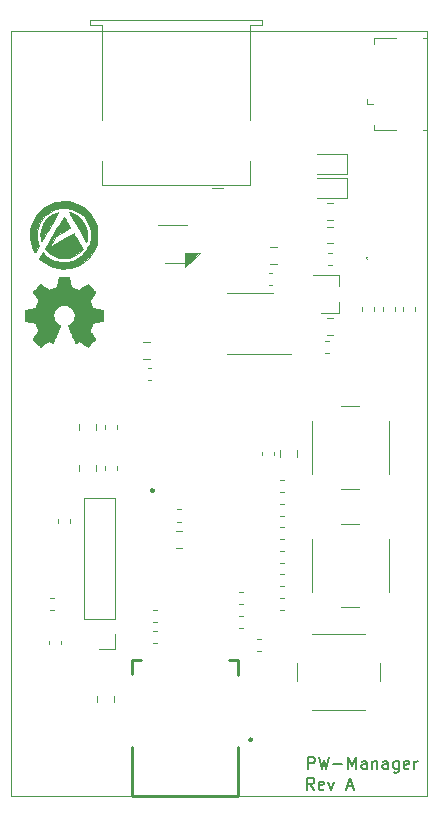
<source format=gto>
G04 #@! TF.GenerationSoftware,KiCad,Pcbnew,(5.1.5)-3*
G04 #@! TF.CreationDate,2020-05-10T00:15:01-05:00*
G04 #@! TF.ProjectId,PWManager,50574d61-6e61-4676-9572-2e6b69636164,rev?*
G04 #@! TF.SameCoordinates,Original*
G04 #@! TF.FileFunction,Legend,Top*
G04 #@! TF.FilePolarity,Positive*
%FSLAX46Y46*%
G04 Gerber Fmt 4.6, Leading zero omitted, Abs format (unit mm)*
G04 Created by KiCad (PCBNEW (5.1.5)-3) date 2020-05-10 00:15:01*
%MOMM*%
%LPD*%
G04 APERTURE LIST*
%ADD10C,0.150000*%
%ADD11C,0.050000*%
%ADD12C,0.100000*%
%ADD13C,0.010000*%
%ADD14C,0.120000*%
%ADD15C,0.254000*%
%ADD16C,0.250000*%
G04 APERTURE END LIST*
D10*
X148190476Y-86202380D02*
X147857142Y-85726190D01*
X147619047Y-86202380D02*
X147619047Y-85202380D01*
X148000000Y-85202380D01*
X148095238Y-85250000D01*
X148142857Y-85297619D01*
X148190476Y-85392857D01*
X148190476Y-85535714D01*
X148142857Y-85630952D01*
X148095238Y-85678571D01*
X148000000Y-85726190D01*
X147619047Y-85726190D01*
X149000000Y-86154761D02*
X148904761Y-86202380D01*
X148714285Y-86202380D01*
X148619047Y-86154761D01*
X148571428Y-86059523D01*
X148571428Y-85678571D01*
X148619047Y-85583333D01*
X148714285Y-85535714D01*
X148904761Y-85535714D01*
X149000000Y-85583333D01*
X149047619Y-85678571D01*
X149047619Y-85773809D01*
X148571428Y-85869047D01*
X149380952Y-85535714D02*
X149619047Y-86202380D01*
X149857142Y-85535714D01*
X150952380Y-85916666D02*
X151428571Y-85916666D01*
X150857142Y-86202380D02*
X151190476Y-85202380D01*
X151523809Y-86202380D01*
X147678571Y-84452380D02*
X147678571Y-83452380D01*
X148059523Y-83452380D01*
X148154761Y-83500000D01*
X148202380Y-83547619D01*
X148250000Y-83642857D01*
X148250000Y-83785714D01*
X148202380Y-83880952D01*
X148154761Y-83928571D01*
X148059523Y-83976190D01*
X147678571Y-83976190D01*
X148583333Y-83452380D02*
X148821428Y-84452380D01*
X149011904Y-83738095D01*
X149202380Y-84452380D01*
X149440476Y-83452380D01*
X149821428Y-84071428D02*
X150583333Y-84071428D01*
X151059523Y-84452380D02*
X151059523Y-83452380D01*
X151392857Y-84166666D01*
X151726190Y-83452380D01*
X151726190Y-84452380D01*
X152630952Y-84452380D02*
X152630952Y-83928571D01*
X152583333Y-83833333D01*
X152488095Y-83785714D01*
X152297619Y-83785714D01*
X152202380Y-83833333D01*
X152630952Y-84404761D02*
X152535714Y-84452380D01*
X152297619Y-84452380D01*
X152202380Y-84404761D01*
X152154761Y-84309523D01*
X152154761Y-84214285D01*
X152202380Y-84119047D01*
X152297619Y-84071428D01*
X152535714Y-84071428D01*
X152630952Y-84023809D01*
X153107142Y-83785714D02*
X153107142Y-84452380D01*
X153107142Y-83880952D02*
X153154761Y-83833333D01*
X153250000Y-83785714D01*
X153392857Y-83785714D01*
X153488095Y-83833333D01*
X153535714Y-83928571D01*
X153535714Y-84452380D01*
X154440476Y-84452380D02*
X154440476Y-83928571D01*
X154392857Y-83833333D01*
X154297619Y-83785714D01*
X154107142Y-83785714D01*
X154011904Y-83833333D01*
X154440476Y-84404761D02*
X154345238Y-84452380D01*
X154107142Y-84452380D01*
X154011904Y-84404761D01*
X153964285Y-84309523D01*
X153964285Y-84214285D01*
X154011904Y-84119047D01*
X154107142Y-84071428D01*
X154345238Y-84071428D01*
X154440476Y-84023809D01*
X155345238Y-83785714D02*
X155345238Y-84595238D01*
X155297619Y-84690476D01*
X155250000Y-84738095D01*
X155154761Y-84785714D01*
X155011904Y-84785714D01*
X154916666Y-84738095D01*
X155345238Y-84404761D02*
X155250000Y-84452380D01*
X155059523Y-84452380D01*
X154964285Y-84404761D01*
X154916666Y-84357142D01*
X154869047Y-84261904D01*
X154869047Y-83976190D01*
X154916666Y-83880952D01*
X154964285Y-83833333D01*
X155059523Y-83785714D01*
X155250000Y-83785714D01*
X155345238Y-83833333D01*
X156202380Y-84404761D02*
X156107142Y-84452380D01*
X155916666Y-84452380D01*
X155821428Y-84404761D01*
X155773809Y-84309523D01*
X155773809Y-83928571D01*
X155821428Y-83833333D01*
X155916666Y-83785714D01*
X156107142Y-83785714D01*
X156202380Y-83833333D01*
X156250000Y-83928571D01*
X156250000Y-84023809D01*
X155773809Y-84119047D01*
X156678571Y-84452380D02*
X156678571Y-83785714D01*
X156678571Y-83976190D02*
X156726190Y-83880952D01*
X156773809Y-83833333D01*
X156869047Y-83785714D01*
X156964285Y-83785714D01*
D11*
X157750000Y-86750000D02*
X157750000Y-22000000D01*
X157750000Y-86750000D02*
X122500000Y-86750000D01*
X122500000Y-86750000D02*
X122500000Y-22000000D01*
D12*
G36*
X137250000Y-42000000D02*
G01*
X137250000Y-40750000D01*
X138500000Y-40750000D01*
X137250000Y-42000000D01*
G37*
X137250000Y-42000000D02*
X137250000Y-40750000D01*
X138500000Y-40750000D01*
X137250000Y-42000000D01*
D11*
X157750000Y-22000000D02*
X122500000Y-22000000D01*
D13*
G36*
X127555814Y-43218931D02*
G01*
X127639635Y-43663555D01*
X127948920Y-43791053D01*
X128258206Y-43918551D01*
X128629246Y-43666246D01*
X128733157Y-43595996D01*
X128827087Y-43533272D01*
X128906652Y-43480938D01*
X128967470Y-43441857D01*
X129005157Y-43418893D01*
X129015421Y-43413942D01*
X129033910Y-43426676D01*
X129073420Y-43461882D01*
X129129522Y-43515062D01*
X129197787Y-43581718D01*
X129273786Y-43657354D01*
X129353092Y-43737472D01*
X129431275Y-43817574D01*
X129503907Y-43893164D01*
X129566559Y-43959745D01*
X129614803Y-44012818D01*
X129644210Y-44047887D01*
X129651241Y-44059623D01*
X129641123Y-44081260D01*
X129612759Y-44128662D01*
X129569129Y-44197193D01*
X129513218Y-44282215D01*
X129448006Y-44379093D01*
X129410219Y-44434350D01*
X129341343Y-44535248D01*
X129280140Y-44626299D01*
X129229578Y-44702970D01*
X129192628Y-44760728D01*
X129172258Y-44795043D01*
X129169197Y-44802254D01*
X129176136Y-44822748D01*
X129195051Y-44870513D01*
X129223087Y-44938832D01*
X129257391Y-45020989D01*
X129295109Y-45110270D01*
X129333387Y-45199958D01*
X129369370Y-45283338D01*
X129400206Y-45353694D01*
X129423039Y-45404310D01*
X129435017Y-45428471D01*
X129435724Y-45429422D01*
X129454531Y-45434036D01*
X129504618Y-45444328D01*
X129580793Y-45459287D01*
X129677865Y-45477901D01*
X129790643Y-45499159D01*
X129856442Y-45511418D01*
X129976950Y-45534362D01*
X130085797Y-45556195D01*
X130177476Y-45575722D01*
X130246481Y-45591748D01*
X130287304Y-45603079D01*
X130295511Y-45606674D01*
X130303548Y-45631006D01*
X130310033Y-45685959D01*
X130314970Y-45765108D01*
X130318364Y-45862026D01*
X130320218Y-45970287D01*
X130320538Y-46083465D01*
X130319327Y-46195135D01*
X130316590Y-46298868D01*
X130312331Y-46388241D01*
X130306555Y-46456826D01*
X130299267Y-46498197D01*
X130294895Y-46506810D01*
X130268764Y-46517133D01*
X130213393Y-46531892D01*
X130136107Y-46549352D01*
X130044230Y-46567780D01*
X130012158Y-46573741D01*
X129857524Y-46602066D01*
X129735375Y-46624876D01*
X129641673Y-46643080D01*
X129572384Y-46657583D01*
X129523471Y-46669292D01*
X129490897Y-46679115D01*
X129470628Y-46687956D01*
X129458626Y-46696724D01*
X129456947Y-46698457D01*
X129440184Y-46726371D01*
X129414614Y-46780695D01*
X129382788Y-46854777D01*
X129347260Y-46941965D01*
X129310583Y-47035608D01*
X129275311Y-47129052D01*
X129243996Y-47215647D01*
X129219193Y-47288740D01*
X129203454Y-47341678D01*
X129199332Y-47367811D01*
X129199676Y-47368726D01*
X129213641Y-47390086D01*
X129245322Y-47437084D01*
X129291391Y-47504827D01*
X129348518Y-47588423D01*
X129413373Y-47682982D01*
X129431843Y-47709854D01*
X129497699Y-47807275D01*
X129555650Y-47896163D01*
X129602538Y-47971412D01*
X129635207Y-48027920D01*
X129650500Y-48060581D01*
X129651241Y-48064593D01*
X129638392Y-48085684D01*
X129602888Y-48127464D01*
X129549293Y-48185445D01*
X129482171Y-48255135D01*
X129406087Y-48332045D01*
X129325604Y-48411683D01*
X129245287Y-48489561D01*
X129169699Y-48561186D01*
X129103405Y-48622070D01*
X129050969Y-48667721D01*
X129016955Y-48693650D01*
X129007545Y-48697883D01*
X128985643Y-48687912D01*
X128940800Y-48661020D01*
X128880321Y-48621736D01*
X128833789Y-48590117D01*
X128749475Y-48532098D01*
X128649626Y-48463784D01*
X128549473Y-48395579D01*
X128495627Y-48359075D01*
X128313371Y-48235800D01*
X128160381Y-48318520D01*
X128090682Y-48354759D01*
X128031414Y-48382926D01*
X127991311Y-48398991D01*
X127981103Y-48401226D01*
X127968829Y-48384722D01*
X127944613Y-48338082D01*
X127910263Y-48265609D01*
X127867588Y-48171606D01*
X127818394Y-48060374D01*
X127764490Y-47936215D01*
X127707684Y-47803432D01*
X127649782Y-47666327D01*
X127592593Y-47529202D01*
X127537924Y-47396358D01*
X127487584Y-47272098D01*
X127443380Y-47160725D01*
X127407119Y-47066539D01*
X127380609Y-46993844D01*
X127365658Y-46946941D01*
X127363254Y-46930833D01*
X127382311Y-46910286D01*
X127424036Y-46876933D01*
X127479706Y-46837702D01*
X127484378Y-46834599D01*
X127628264Y-46719423D01*
X127744283Y-46585053D01*
X127831430Y-46435784D01*
X127888699Y-46275913D01*
X127915086Y-46109737D01*
X127909585Y-45941552D01*
X127871190Y-45775655D01*
X127798895Y-45616342D01*
X127777626Y-45581487D01*
X127666996Y-45440737D01*
X127536302Y-45327714D01*
X127390064Y-45243003D01*
X127232808Y-45187194D01*
X127069057Y-45160874D01*
X126903333Y-45164630D01*
X126740162Y-45199050D01*
X126584065Y-45264723D01*
X126439567Y-45362235D01*
X126394869Y-45401813D01*
X126281112Y-45525703D01*
X126198218Y-45656124D01*
X126141356Y-45802315D01*
X126109687Y-45947088D01*
X126101869Y-46109860D01*
X126127938Y-46273440D01*
X126185245Y-46432298D01*
X126271144Y-46580906D01*
X126382986Y-46713735D01*
X126518123Y-46825256D01*
X126535883Y-46837011D01*
X126592150Y-46875508D01*
X126634923Y-46908863D01*
X126655372Y-46930160D01*
X126655669Y-46930833D01*
X126651279Y-46953871D01*
X126633876Y-47006157D01*
X126605268Y-47083390D01*
X126567265Y-47181268D01*
X126521674Y-47295491D01*
X126470303Y-47421758D01*
X126414962Y-47555767D01*
X126357458Y-47693218D01*
X126299601Y-47829808D01*
X126243198Y-47961237D01*
X126190058Y-48083205D01*
X126141990Y-48191409D01*
X126100801Y-48281549D01*
X126068301Y-48349323D01*
X126046297Y-48390430D01*
X126037436Y-48401226D01*
X126010360Y-48392819D01*
X125959697Y-48370272D01*
X125894183Y-48337613D01*
X125858159Y-48318520D01*
X125705168Y-48235800D01*
X125522912Y-48359075D01*
X125429875Y-48422228D01*
X125328015Y-48491727D01*
X125232562Y-48557165D01*
X125184750Y-48590117D01*
X125117505Y-48635273D01*
X125060564Y-48671057D01*
X125021354Y-48692938D01*
X125008619Y-48697563D01*
X124990083Y-48685085D01*
X124949059Y-48650252D01*
X124889525Y-48596678D01*
X124815458Y-48527983D01*
X124730835Y-48447781D01*
X124677315Y-48396286D01*
X124583681Y-48304286D01*
X124502759Y-48221999D01*
X124437823Y-48152945D01*
X124392142Y-48100644D01*
X124368989Y-48068616D01*
X124366768Y-48062116D01*
X124377076Y-48037394D01*
X124405561Y-47987405D01*
X124449063Y-47917212D01*
X124504423Y-47831875D01*
X124568480Y-47736456D01*
X124586697Y-47709854D01*
X124653073Y-47613167D01*
X124712622Y-47526117D01*
X124762016Y-47453595D01*
X124797925Y-47400493D01*
X124817019Y-47371703D01*
X124818864Y-47368726D01*
X124816105Y-47345782D01*
X124801462Y-47295336D01*
X124777487Y-47224041D01*
X124746734Y-47138547D01*
X124711756Y-47045507D01*
X124675107Y-46951574D01*
X124639339Y-46863399D01*
X124607006Y-46787634D01*
X124580662Y-46730931D01*
X124562858Y-46699943D01*
X124561593Y-46698457D01*
X124550706Y-46689601D01*
X124532318Y-46680843D01*
X124502394Y-46671277D01*
X124456897Y-46659996D01*
X124391791Y-46646093D01*
X124303039Y-46628663D01*
X124186607Y-46606798D01*
X124038458Y-46579591D01*
X124006382Y-46573741D01*
X123911314Y-46555374D01*
X123828435Y-46537405D01*
X123765070Y-46521569D01*
X123728542Y-46509600D01*
X123723644Y-46506810D01*
X123715573Y-46482072D01*
X123709013Y-46426790D01*
X123703967Y-46347389D01*
X123700441Y-46250296D01*
X123698439Y-46141938D01*
X123697964Y-46028740D01*
X123699023Y-45917128D01*
X123701618Y-45813529D01*
X123705754Y-45724368D01*
X123711437Y-45656072D01*
X123718669Y-45615066D01*
X123723029Y-45606674D01*
X123747302Y-45598208D01*
X123802574Y-45584435D01*
X123883338Y-45566550D01*
X123984088Y-45545748D01*
X124099317Y-45523223D01*
X124162098Y-45511418D01*
X124281213Y-45489151D01*
X124387435Y-45468979D01*
X124475573Y-45451915D01*
X124540434Y-45438969D01*
X124576826Y-45431155D01*
X124582816Y-45429422D01*
X124592939Y-45409890D01*
X124614338Y-45362843D01*
X124644161Y-45295003D01*
X124679555Y-45213091D01*
X124717668Y-45123828D01*
X124755647Y-45033935D01*
X124790640Y-44950135D01*
X124819794Y-44879147D01*
X124840257Y-44827694D01*
X124849177Y-44802497D01*
X124849343Y-44801396D01*
X124839231Y-44781519D01*
X124810883Y-44735777D01*
X124767277Y-44668717D01*
X124711394Y-44584884D01*
X124646213Y-44488826D01*
X124608321Y-44433650D01*
X124539275Y-44332481D01*
X124477950Y-44240630D01*
X124427337Y-44162744D01*
X124390429Y-44103469D01*
X124370218Y-44067451D01*
X124367299Y-44059377D01*
X124379847Y-44040584D01*
X124414537Y-44000457D01*
X124466937Y-43943493D01*
X124532616Y-43874185D01*
X124607144Y-43797031D01*
X124686087Y-43716525D01*
X124765017Y-43637163D01*
X124839500Y-43563440D01*
X124905106Y-43499852D01*
X124957404Y-43450894D01*
X124991961Y-43421061D01*
X125003522Y-43413942D01*
X125022346Y-43423953D01*
X125067369Y-43452078D01*
X125134213Y-43495454D01*
X125218501Y-43551218D01*
X125315856Y-43616506D01*
X125389293Y-43666246D01*
X125760333Y-43918551D01*
X126378905Y-43663555D01*
X126462725Y-43218931D01*
X126546546Y-42774307D01*
X127471994Y-42774307D01*
X127555814Y-43218931D01*
G37*
X127555814Y-43218931D02*
X127639635Y-43663555D01*
X127948920Y-43791053D01*
X128258206Y-43918551D01*
X128629246Y-43666246D01*
X128733157Y-43595996D01*
X128827087Y-43533272D01*
X128906652Y-43480938D01*
X128967470Y-43441857D01*
X129005157Y-43418893D01*
X129015421Y-43413942D01*
X129033910Y-43426676D01*
X129073420Y-43461882D01*
X129129522Y-43515062D01*
X129197787Y-43581718D01*
X129273786Y-43657354D01*
X129353092Y-43737472D01*
X129431275Y-43817574D01*
X129503907Y-43893164D01*
X129566559Y-43959745D01*
X129614803Y-44012818D01*
X129644210Y-44047887D01*
X129651241Y-44059623D01*
X129641123Y-44081260D01*
X129612759Y-44128662D01*
X129569129Y-44197193D01*
X129513218Y-44282215D01*
X129448006Y-44379093D01*
X129410219Y-44434350D01*
X129341343Y-44535248D01*
X129280140Y-44626299D01*
X129229578Y-44702970D01*
X129192628Y-44760728D01*
X129172258Y-44795043D01*
X129169197Y-44802254D01*
X129176136Y-44822748D01*
X129195051Y-44870513D01*
X129223087Y-44938832D01*
X129257391Y-45020989D01*
X129295109Y-45110270D01*
X129333387Y-45199958D01*
X129369370Y-45283338D01*
X129400206Y-45353694D01*
X129423039Y-45404310D01*
X129435017Y-45428471D01*
X129435724Y-45429422D01*
X129454531Y-45434036D01*
X129504618Y-45444328D01*
X129580793Y-45459287D01*
X129677865Y-45477901D01*
X129790643Y-45499159D01*
X129856442Y-45511418D01*
X129976950Y-45534362D01*
X130085797Y-45556195D01*
X130177476Y-45575722D01*
X130246481Y-45591748D01*
X130287304Y-45603079D01*
X130295511Y-45606674D01*
X130303548Y-45631006D01*
X130310033Y-45685959D01*
X130314970Y-45765108D01*
X130318364Y-45862026D01*
X130320218Y-45970287D01*
X130320538Y-46083465D01*
X130319327Y-46195135D01*
X130316590Y-46298868D01*
X130312331Y-46388241D01*
X130306555Y-46456826D01*
X130299267Y-46498197D01*
X130294895Y-46506810D01*
X130268764Y-46517133D01*
X130213393Y-46531892D01*
X130136107Y-46549352D01*
X130044230Y-46567780D01*
X130012158Y-46573741D01*
X129857524Y-46602066D01*
X129735375Y-46624876D01*
X129641673Y-46643080D01*
X129572384Y-46657583D01*
X129523471Y-46669292D01*
X129490897Y-46679115D01*
X129470628Y-46687956D01*
X129458626Y-46696724D01*
X129456947Y-46698457D01*
X129440184Y-46726371D01*
X129414614Y-46780695D01*
X129382788Y-46854777D01*
X129347260Y-46941965D01*
X129310583Y-47035608D01*
X129275311Y-47129052D01*
X129243996Y-47215647D01*
X129219193Y-47288740D01*
X129203454Y-47341678D01*
X129199332Y-47367811D01*
X129199676Y-47368726D01*
X129213641Y-47390086D01*
X129245322Y-47437084D01*
X129291391Y-47504827D01*
X129348518Y-47588423D01*
X129413373Y-47682982D01*
X129431843Y-47709854D01*
X129497699Y-47807275D01*
X129555650Y-47896163D01*
X129602538Y-47971412D01*
X129635207Y-48027920D01*
X129650500Y-48060581D01*
X129651241Y-48064593D01*
X129638392Y-48085684D01*
X129602888Y-48127464D01*
X129549293Y-48185445D01*
X129482171Y-48255135D01*
X129406087Y-48332045D01*
X129325604Y-48411683D01*
X129245287Y-48489561D01*
X129169699Y-48561186D01*
X129103405Y-48622070D01*
X129050969Y-48667721D01*
X129016955Y-48693650D01*
X129007545Y-48697883D01*
X128985643Y-48687912D01*
X128940800Y-48661020D01*
X128880321Y-48621736D01*
X128833789Y-48590117D01*
X128749475Y-48532098D01*
X128649626Y-48463784D01*
X128549473Y-48395579D01*
X128495627Y-48359075D01*
X128313371Y-48235800D01*
X128160381Y-48318520D01*
X128090682Y-48354759D01*
X128031414Y-48382926D01*
X127991311Y-48398991D01*
X127981103Y-48401226D01*
X127968829Y-48384722D01*
X127944613Y-48338082D01*
X127910263Y-48265609D01*
X127867588Y-48171606D01*
X127818394Y-48060374D01*
X127764490Y-47936215D01*
X127707684Y-47803432D01*
X127649782Y-47666327D01*
X127592593Y-47529202D01*
X127537924Y-47396358D01*
X127487584Y-47272098D01*
X127443380Y-47160725D01*
X127407119Y-47066539D01*
X127380609Y-46993844D01*
X127365658Y-46946941D01*
X127363254Y-46930833D01*
X127382311Y-46910286D01*
X127424036Y-46876933D01*
X127479706Y-46837702D01*
X127484378Y-46834599D01*
X127628264Y-46719423D01*
X127744283Y-46585053D01*
X127831430Y-46435784D01*
X127888699Y-46275913D01*
X127915086Y-46109737D01*
X127909585Y-45941552D01*
X127871190Y-45775655D01*
X127798895Y-45616342D01*
X127777626Y-45581487D01*
X127666996Y-45440737D01*
X127536302Y-45327714D01*
X127390064Y-45243003D01*
X127232808Y-45187194D01*
X127069057Y-45160874D01*
X126903333Y-45164630D01*
X126740162Y-45199050D01*
X126584065Y-45264723D01*
X126439567Y-45362235D01*
X126394869Y-45401813D01*
X126281112Y-45525703D01*
X126198218Y-45656124D01*
X126141356Y-45802315D01*
X126109687Y-45947088D01*
X126101869Y-46109860D01*
X126127938Y-46273440D01*
X126185245Y-46432298D01*
X126271144Y-46580906D01*
X126382986Y-46713735D01*
X126518123Y-46825256D01*
X126535883Y-46837011D01*
X126592150Y-46875508D01*
X126634923Y-46908863D01*
X126655372Y-46930160D01*
X126655669Y-46930833D01*
X126651279Y-46953871D01*
X126633876Y-47006157D01*
X126605268Y-47083390D01*
X126567265Y-47181268D01*
X126521674Y-47295491D01*
X126470303Y-47421758D01*
X126414962Y-47555767D01*
X126357458Y-47693218D01*
X126299601Y-47829808D01*
X126243198Y-47961237D01*
X126190058Y-48083205D01*
X126141990Y-48191409D01*
X126100801Y-48281549D01*
X126068301Y-48349323D01*
X126046297Y-48390430D01*
X126037436Y-48401226D01*
X126010360Y-48392819D01*
X125959697Y-48370272D01*
X125894183Y-48337613D01*
X125858159Y-48318520D01*
X125705168Y-48235800D01*
X125522912Y-48359075D01*
X125429875Y-48422228D01*
X125328015Y-48491727D01*
X125232562Y-48557165D01*
X125184750Y-48590117D01*
X125117505Y-48635273D01*
X125060564Y-48671057D01*
X125021354Y-48692938D01*
X125008619Y-48697563D01*
X124990083Y-48685085D01*
X124949059Y-48650252D01*
X124889525Y-48596678D01*
X124815458Y-48527983D01*
X124730835Y-48447781D01*
X124677315Y-48396286D01*
X124583681Y-48304286D01*
X124502759Y-48221999D01*
X124437823Y-48152945D01*
X124392142Y-48100644D01*
X124368989Y-48068616D01*
X124366768Y-48062116D01*
X124377076Y-48037394D01*
X124405561Y-47987405D01*
X124449063Y-47917212D01*
X124504423Y-47831875D01*
X124568480Y-47736456D01*
X124586697Y-47709854D01*
X124653073Y-47613167D01*
X124712622Y-47526117D01*
X124762016Y-47453595D01*
X124797925Y-47400493D01*
X124817019Y-47371703D01*
X124818864Y-47368726D01*
X124816105Y-47345782D01*
X124801462Y-47295336D01*
X124777487Y-47224041D01*
X124746734Y-47138547D01*
X124711756Y-47045507D01*
X124675107Y-46951574D01*
X124639339Y-46863399D01*
X124607006Y-46787634D01*
X124580662Y-46730931D01*
X124562858Y-46699943D01*
X124561593Y-46698457D01*
X124550706Y-46689601D01*
X124532318Y-46680843D01*
X124502394Y-46671277D01*
X124456897Y-46659996D01*
X124391791Y-46646093D01*
X124303039Y-46628663D01*
X124186607Y-46606798D01*
X124038458Y-46579591D01*
X124006382Y-46573741D01*
X123911314Y-46555374D01*
X123828435Y-46537405D01*
X123765070Y-46521569D01*
X123728542Y-46509600D01*
X123723644Y-46506810D01*
X123715573Y-46482072D01*
X123709013Y-46426790D01*
X123703967Y-46347389D01*
X123700441Y-46250296D01*
X123698439Y-46141938D01*
X123697964Y-46028740D01*
X123699023Y-45917128D01*
X123701618Y-45813529D01*
X123705754Y-45724368D01*
X123711437Y-45656072D01*
X123718669Y-45615066D01*
X123723029Y-45606674D01*
X123747302Y-45598208D01*
X123802574Y-45584435D01*
X123883338Y-45566550D01*
X123984088Y-45545748D01*
X124099317Y-45523223D01*
X124162098Y-45511418D01*
X124281213Y-45489151D01*
X124387435Y-45468979D01*
X124475573Y-45451915D01*
X124540434Y-45438969D01*
X124576826Y-45431155D01*
X124582816Y-45429422D01*
X124592939Y-45409890D01*
X124614338Y-45362843D01*
X124644161Y-45295003D01*
X124679555Y-45213091D01*
X124717668Y-45123828D01*
X124755647Y-45033935D01*
X124790640Y-44950135D01*
X124819794Y-44879147D01*
X124840257Y-44827694D01*
X124849177Y-44802497D01*
X124849343Y-44801396D01*
X124839231Y-44781519D01*
X124810883Y-44735777D01*
X124767277Y-44668717D01*
X124711394Y-44584884D01*
X124646213Y-44488826D01*
X124608321Y-44433650D01*
X124539275Y-44332481D01*
X124477950Y-44240630D01*
X124427337Y-44162744D01*
X124390429Y-44103469D01*
X124370218Y-44067451D01*
X124367299Y-44059377D01*
X124379847Y-44040584D01*
X124414537Y-44000457D01*
X124466937Y-43943493D01*
X124532616Y-43874185D01*
X124607144Y-43797031D01*
X124686087Y-43716525D01*
X124765017Y-43637163D01*
X124839500Y-43563440D01*
X124905106Y-43499852D01*
X124957404Y-43450894D01*
X124991961Y-43421061D01*
X125003522Y-43413942D01*
X125022346Y-43423953D01*
X125067369Y-43452078D01*
X125134213Y-43495454D01*
X125218501Y-43551218D01*
X125315856Y-43616506D01*
X125389293Y-43666246D01*
X125760333Y-43918551D01*
X126378905Y-43663555D01*
X126462725Y-43218931D01*
X126546546Y-42774307D01*
X127471994Y-42774307D01*
X127555814Y-43218931D01*
G36*
X126530307Y-37322582D02*
G01*
X126519527Y-37345280D01*
X126486039Y-37407175D01*
X126432602Y-37503449D01*
X126361974Y-37629284D01*
X126276917Y-37779864D01*
X126180187Y-37950371D01*
X126074545Y-38135988D01*
X125962749Y-38331897D01*
X125847560Y-38533281D01*
X125731735Y-38735323D01*
X125618034Y-38933205D01*
X125509216Y-39122110D01*
X125408041Y-39297221D01*
X125317267Y-39453720D01*
X125239653Y-39586790D01*
X125177959Y-39691613D01*
X125134944Y-39763372D01*
X125113367Y-39797250D01*
X125111965Y-39798962D01*
X125088712Y-39796409D01*
X125085374Y-39791982D01*
X125066851Y-39738829D01*
X125049216Y-39647736D01*
X125034060Y-39531612D01*
X125022973Y-39403362D01*
X125017544Y-39275893D01*
X125017258Y-39238974D01*
X125042392Y-38924684D01*
X125114807Y-38624304D01*
X125231865Y-38342074D01*
X125390925Y-38082229D01*
X125589346Y-37849007D01*
X125824488Y-37646646D01*
X126093712Y-37479383D01*
X126122823Y-37464543D01*
X126208241Y-37425284D01*
X126303121Y-37386945D01*
X126395031Y-37353856D01*
X126471542Y-37330348D01*
X126520224Y-37320751D01*
X126530307Y-37322582D01*
G37*
X126530307Y-37322582D02*
X126519527Y-37345280D01*
X126486039Y-37407175D01*
X126432602Y-37503449D01*
X126361974Y-37629284D01*
X126276917Y-37779864D01*
X126180187Y-37950371D01*
X126074545Y-38135988D01*
X125962749Y-38331897D01*
X125847560Y-38533281D01*
X125731735Y-38735323D01*
X125618034Y-38933205D01*
X125509216Y-39122110D01*
X125408041Y-39297221D01*
X125317267Y-39453720D01*
X125239653Y-39586790D01*
X125177959Y-39691613D01*
X125134944Y-39763372D01*
X125113367Y-39797250D01*
X125111965Y-39798962D01*
X125088712Y-39796409D01*
X125085374Y-39791982D01*
X125066851Y-39738829D01*
X125049216Y-39647736D01*
X125034060Y-39531612D01*
X125022973Y-39403362D01*
X125017544Y-39275893D01*
X125017258Y-39238974D01*
X125042392Y-38924684D01*
X125114807Y-38624304D01*
X125231865Y-38342074D01*
X125390925Y-38082229D01*
X125589346Y-37849007D01*
X125824488Y-37646646D01*
X126093712Y-37479383D01*
X126122823Y-37464543D01*
X126208241Y-37425284D01*
X126303121Y-37386945D01*
X126395031Y-37353856D01*
X126471542Y-37330348D01*
X126520224Y-37320751D01*
X126530307Y-37322582D01*
G36*
X127566363Y-37341926D02*
G01*
X127656660Y-37374007D01*
X127759840Y-37415993D01*
X127864987Y-37463708D01*
X127960344Y-37512511D01*
X128216787Y-37681967D01*
X128441161Y-37887307D01*
X128630501Y-38123121D01*
X128781847Y-38383994D01*
X128892236Y-38664516D01*
X128958705Y-38959274D01*
X128978292Y-39262856D01*
X128973938Y-39364414D01*
X128962789Y-39484814D01*
X128947386Y-39601784D01*
X128930584Y-39694528D01*
X128926050Y-39713201D01*
X128894194Y-39833159D01*
X128174253Y-38585560D01*
X128041808Y-38355398D01*
X127917721Y-38138509D01*
X127804213Y-37938858D01*
X127703503Y-37760410D01*
X127617811Y-37607130D01*
X127549357Y-37482984D01*
X127500360Y-37391935D01*
X127473040Y-37337949D01*
X127468089Y-37324186D01*
X127499867Y-37323927D01*
X127566363Y-37341926D01*
G37*
X127566363Y-37341926D02*
X127656660Y-37374007D01*
X127759840Y-37415993D01*
X127864987Y-37463708D01*
X127960344Y-37512511D01*
X128216787Y-37681967D01*
X128441161Y-37887307D01*
X128630501Y-38123121D01*
X128781847Y-38383994D01*
X128892236Y-38664516D01*
X128958705Y-38959274D01*
X128978292Y-39262856D01*
X128973938Y-39364414D01*
X128962789Y-39484814D01*
X128947386Y-39601784D01*
X128930584Y-39694528D01*
X128926050Y-39713201D01*
X128894194Y-39833159D01*
X128174253Y-38585560D01*
X128041808Y-38355398D01*
X127917721Y-38138509D01*
X127804213Y-37938858D01*
X127703503Y-37760410D01*
X127617811Y-37607130D01*
X127549357Y-37482984D01*
X127500360Y-37391935D01*
X127473040Y-37337949D01*
X127468089Y-37324186D01*
X127499867Y-37323927D01*
X127566363Y-37341926D01*
G36*
X127015291Y-37705763D02*
G01*
X127045723Y-37747133D01*
X127092450Y-37820944D01*
X127151007Y-37919109D01*
X127216931Y-38033541D01*
X127285758Y-38156153D01*
X127353025Y-38278857D01*
X127414268Y-38393567D01*
X127465023Y-38492194D01*
X127500826Y-38566652D01*
X127517215Y-38608854D01*
X127517181Y-38615070D01*
X127490250Y-38632812D01*
X127425197Y-38672360D01*
X127327993Y-38730184D01*
X127204607Y-38802758D01*
X127061007Y-38886550D01*
X126903164Y-38978034D01*
X126903139Y-38978048D01*
X126310482Y-39320434D01*
X126043318Y-39783538D01*
X125964347Y-39921413D01*
X125895400Y-40043682D01*
X125840082Y-40143794D01*
X125801995Y-40215202D01*
X125784743Y-40251356D01*
X125784223Y-40254422D01*
X125807170Y-40243697D01*
X125869710Y-40209916D01*
X125967465Y-40155559D01*
X126096052Y-40083103D01*
X126251090Y-39995027D01*
X126428200Y-39893810D01*
X126622999Y-39781929D01*
X126806278Y-39676216D01*
X127055463Y-39532657D01*
X127264031Y-39413557D01*
X127435019Y-39317298D01*
X127571468Y-39242264D01*
X127676416Y-39186838D01*
X127752902Y-39149402D01*
X127803965Y-39128341D01*
X127832643Y-39122036D01*
X127841075Y-39125620D01*
X127858781Y-39156062D01*
X127898537Y-39224612D01*
X127956924Y-39325366D01*
X128030522Y-39452421D01*
X128115911Y-39599873D01*
X128209669Y-39761817D01*
X128228998Y-39795208D01*
X128596110Y-40429406D01*
X128503610Y-40540727D01*
X128330626Y-40716630D01*
X128120493Y-40877725D01*
X127886515Y-41015567D01*
X127641995Y-41121716D01*
X127533238Y-41156562D01*
X127370142Y-41191424D01*
X127180569Y-41214009D01*
X126982702Y-41223515D01*
X126794724Y-41219142D01*
X126634820Y-41200090D01*
X126618618Y-41196830D01*
X126321058Y-41110477D01*
X126041688Y-40983500D01*
X125788112Y-40820314D01*
X125567930Y-40625335D01*
X125494867Y-40544144D01*
X125396323Y-40427176D01*
X126191254Y-39050757D01*
X126361378Y-38756778D01*
X126508045Y-38504690D01*
X126632738Y-38292073D01*
X126736941Y-38116503D01*
X126822139Y-37975559D01*
X126889815Y-37866820D01*
X126941453Y-37787862D01*
X126978537Y-37736263D01*
X127002552Y-37709603D01*
X127014980Y-37705458D01*
X127015291Y-37705763D01*
G37*
X127015291Y-37705763D02*
X127045723Y-37747133D01*
X127092450Y-37820944D01*
X127151007Y-37919109D01*
X127216931Y-38033541D01*
X127285758Y-38156153D01*
X127353025Y-38278857D01*
X127414268Y-38393567D01*
X127465023Y-38492194D01*
X127500826Y-38566652D01*
X127517215Y-38608854D01*
X127517181Y-38615070D01*
X127490250Y-38632812D01*
X127425197Y-38672360D01*
X127327993Y-38730184D01*
X127204607Y-38802758D01*
X127061007Y-38886550D01*
X126903164Y-38978034D01*
X126903139Y-38978048D01*
X126310482Y-39320434D01*
X126043318Y-39783538D01*
X125964347Y-39921413D01*
X125895400Y-40043682D01*
X125840082Y-40143794D01*
X125801995Y-40215202D01*
X125784743Y-40251356D01*
X125784223Y-40254422D01*
X125807170Y-40243697D01*
X125869710Y-40209916D01*
X125967465Y-40155559D01*
X126096052Y-40083103D01*
X126251090Y-39995027D01*
X126428200Y-39893810D01*
X126622999Y-39781929D01*
X126806278Y-39676216D01*
X127055463Y-39532657D01*
X127264031Y-39413557D01*
X127435019Y-39317298D01*
X127571468Y-39242264D01*
X127676416Y-39186838D01*
X127752902Y-39149402D01*
X127803965Y-39128341D01*
X127832643Y-39122036D01*
X127841075Y-39125620D01*
X127858781Y-39156062D01*
X127898537Y-39224612D01*
X127956924Y-39325366D01*
X128030522Y-39452421D01*
X128115911Y-39599873D01*
X128209669Y-39761817D01*
X128228998Y-39795208D01*
X128596110Y-40429406D01*
X128503610Y-40540727D01*
X128330626Y-40716630D01*
X128120493Y-40877725D01*
X127886515Y-41015567D01*
X127641995Y-41121716D01*
X127533238Y-41156562D01*
X127370142Y-41191424D01*
X127180569Y-41214009D01*
X126982702Y-41223515D01*
X126794724Y-41219142D01*
X126634820Y-41200090D01*
X126618618Y-41196830D01*
X126321058Y-41110477D01*
X126041688Y-40983500D01*
X125788112Y-40820314D01*
X125567930Y-40625335D01*
X125494867Y-40544144D01*
X125396323Y-40427176D01*
X126191254Y-39050757D01*
X126361378Y-38756778D01*
X126508045Y-38504690D01*
X126632738Y-38292073D01*
X126736941Y-38116503D01*
X126822139Y-37975559D01*
X126889815Y-37866820D01*
X126941453Y-37787862D01*
X126978537Y-37736263D01*
X127002552Y-37709603D01*
X127014980Y-37705458D01*
X127015291Y-37705763D01*
G36*
X127331961Y-36408227D02*
G01*
X127698326Y-36476609D01*
X128059901Y-36593657D01*
X128143968Y-36628410D01*
X128454682Y-36788524D01*
X128750264Y-36992415D01*
X129022374Y-37233465D01*
X129262675Y-37505056D01*
X129284743Y-37533783D01*
X129398019Y-37702008D01*
X129511226Y-37903625D01*
X129616222Y-38121823D01*
X129704868Y-38339788D01*
X129764904Y-38525375D01*
X129789906Y-38620361D01*
X129808066Y-38702336D01*
X129820439Y-38782479D01*
X129828082Y-38871972D01*
X129832050Y-38981996D01*
X129833399Y-39123730D01*
X129833347Y-39250000D01*
X129832357Y-39422413D01*
X129829574Y-39555273D01*
X129823911Y-39659873D01*
X129814281Y-39747505D01*
X129799597Y-39829463D01*
X129778774Y-39917038D01*
X129763678Y-39974027D01*
X129642325Y-40327964D01*
X129477248Y-40660402D01*
X129272133Y-40967666D01*
X129030668Y-41246082D01*
X128756537Y-41491977D01*
X128453429Y-41701675D01*
X128125028Y-41871504D01*
X127775023Y-41997788D01*
X127717144Y-42013739D01*
X127606892Y-42040633D01*
X127504004Y-42059754D01*
X127394610Y-42072649D01*
X127264837Y-42080868D01*
X127100813Y-42085960D01*
X127063563Y-42086722D01*
X126913495Y-42088016D01*
X126770929Y-42086363D01*
X126648296Y-42082111D01*
X126558028Y-42075608D01*
X126529629Y-42071751D01*
X126164902Y-41981698D01*
X125814375Y-41844567D01*
X125476152Y-41659417D01*
X125148337Y-41425306D01*
X125031029Y-41327581D01*
X124930826Y-41240865D01*
X125225870Y-40719775D01*
X125331103Y-40834616D01*
X125526156Y-41016992D01*
X125758563Y-41183334D01*
X126015508Y-41325921D01*
X126284179Y-41437032D01*
X126382655Y-41468232D01*
X126464514Y-41490139D01*
X126542192Y-41505680D01*
X126626968Y-41515860D01*
X126730122Y-41521685D01*
X126862934Y-41524159D01*
X127012712Y-41524365D01*
X127174628Y-41523385D01*
X127296908Y-41520643D01*
X127390767Y-41514877D01*
X127467418Y-41504828D01*
X127538074Y-41489234D01*
X127613948Y-41466835D01*
X127661061Y-41451457D01*
X127956221Y-41336748D01*
X128214528Y-41198528D01*
X128447212Y-41029831D01*
X128654212Y-40835567D01*
X128826511Y-40638794D01*
X128965613Y-40439753D01*
X129080377Y-40223476D01*
X129179662Y-39974997D01*
X129201457Y-39911061D01*
X129228059Y-39827701D01*
X129247173Y-39755619D01*
X129260061Y-39683599D01*
X129267984Y-39600430D01*
X129272202Y-39494897D01*
X129273978Y-39355786D01*
X129274365Y-39262712D01*
X129271720Y-39046346D01*
X129260571Y-38867406D01*
X129238104Y-38712790D01*
X129201508Y-38569392D01*
X129147968Y-38424109D01*
X129074673Y-38263836D01*
X129048744Y-38211535D01*
X128877212Y-37923906D01*
X128671074Y-37670143D01*
X128434917Y-37451803D01*
X128173327Y-37270440D01*
X127890893Y-37127609D01*
X127592200Y-37024866D01*
X127281837Y-36963766D01*
X126964390Y-36945864D01*
X126644445Y-36972715D01*
X126326591Y-37045876D01*
X126015414Y-37166900D01*
X125995695Y-37176379D01*
X125701749Y-37346218D01*
X125441667Y-37550948D01*
X125217284Y-37786233D01*
X125030435Y-38047732D01*
X124882953Y-38331108D01*
X124776674Y-38632021D01*
X124713433Y-38946134D01*
X124695063Y-39269106D01*
X124723399Y-39596601D01*
X124800277Y-39924278D01*
X124814769Y-39969175D01*
X124889328Y-40192554D01*
X124730600Y-40470995D01*
X124660643Y-40593160D01*
X124609954Y-40672187D01*
X124571330Y-40708355D01*
X124537569Y-40701945D01*
X124501468Y-40653237D01*
X124455826Y-40562511D01*
X124418566Y-40483133D01*
X124292919Y-40179128D01*
X124207845Y-39882384D01*
X124159646Y-39576435D01*
X124144648Y-39262712D01*
X124166847Y-38873476D01*
X124236037Y-38503543D01*
X124352050Y-38153318D01*
X124514721Y-37823209D01*
X124723884Y-37513621D01*
X124977165Y-37227165D01*
X125262432Y-36976563D01*
X125571566Y-36769208D01*
X125900474Y-36605873D01*
X126245061Y-36487334D01*
X126601234Y-36414364D01*
X126964899Y-36387737D01*
X127331961Y-36408227D01*
G37*
X127331961Y-36408227D02*
X127698326Y-36476609D01*
X128059901Y-36593657D01*
X128143968Y-36628410D01*
X128454682Y-36788524D01*
X128750264Y-36992415D01*
X129022374Y-37233465D01*
X129262675Y-37505056D01*
X129284743Y-37533783D01*
X129398019Y-37702008D01*
X129511226Y-37903625D01*
X129616222Y-38121823D01*
X129704868Y-38339788D01*
X129764904Y-38525375D01*
X129789906Y-38620361D01*
X129808066Y-38702336D01*
X129820439Y-38782479D01*
X129828082Y-38871972D01*
X129832050Y-38981996D01*
X129833399Y-39123730D01*
X129833347Y-39250000D01*
X129832357Y-39422413D01*
X129829574Y-39555273D01*
X129823911Y-39659873D01*
X129814281Y-39747505D01*
X129799597Y-39829463D01*
X129778774Y-39917038D01*
X129763678Y-39974027D01*
X129642325Y-40327964D01*
X129477248Y-40660402D01*
X129272133Y-40967666D01*
X129030668Y-41246082D01*
X128756537Y-41491977D01*
X128453429Y-41701675D01*
X128125028Y-41871504D01*
X127775023Y-41997788D01*
X127717144Y-42013739D01*
X127606892Y-42040633D01*
X127504004Y-42059754D01*
X127394610Y-42072649D01*
X127264837Y-42080868D01*
X127100813Y-42085960D01*
X127063563Y-42086722D01*
X126913495Y-42088016D01*
X126770929Y-42086363D01*
X126648296Y-42082111D01*
X126558028Y-42075608D01*
X126529629Y-42071751D01*
X126164902Y-41981698D01*
X125814375Y-41844567D01*
X125476152Y-41659417D01*
X125148337Y-41425306D01*
X125031029Y-41327581D01*
X124930826Y-41240865D01*
X125225870Y-40719775D01*
X125331103Y-40834616D01*
X125526156Y-41016992D01*
X125758563Y-41183334D01*
X126015508Y-41325921D01*
X126284179Y-41437032D01*
X126382655Y-41468232D01*
X126464514Y-41490139D01*
X126542192Y-41505680D01*
X126626968Y-41515860D01*
X126730122Y-41521685D01*
X126862934Y-41524159D01*
X127012712Y-41524365D01*
X127174628Y-41523385D01*
X127296908Y-41520643D01*
X127390767Y-41514877D01*
X127467418Y-41504828D01*
X127538074Y-41489234D01*
X127613948Y-41466835D01*
X127661061Y-41451457D01*
X127956221Y-41336748D01*
X128214528Y-41198528D01*
X128447212Y-41029831D01*
X128654212Y-40835567D01*
X128826511Y-40638794D01*
X128965613Y-40439753D01*
X129080377Y-40223476D01*
X129179662Y-39974997D01*
X129201457Y-39911061D01*
X129228059Y-39827701D01*
X129247173Y-39755619D01*
X129260061Y-39683599D01*
X129267984Y-39600430D01*
X129272202Y-39494897D01*
X129273978Y-39355786D01*
X129274365Y-39262712D01*
X129271720Y-39046346D01*
X129260571Y-38867406D01*
X129238104Y-38712790D01*
X129201508Y-38569392D01*
X129147968Y-38424109D01*
X129074673Y-38263836D01*
X129048744Y-38211535D01*
X128877212Y-37923906D01*
X128671074Y-37670143D01*
X128434917Y-37451803D01*
X128173327Y-37270440D01*
X127890893Y-37127609D01*
X127592200Y-37024866D01*
X127281837Y-36963766D01*
X126964390Y-36945864D01*
X126644445Y-36972715D01*
X126326591Y-37045876D01*
X126015414Y-37166900D01*
X125995695Y-37176379D01*
X125701749Y-37346218D01*
X125441667Y-37550948D01*
X125217284Y-37786233D01*
X125030435Y-38047732D01*
X124882953Y-38331108D01*
X124776674Y-38632021D01*
X124713433Y-38946134D01*
X124695063Y-39269106D01*
X124723399Y-39596601D01*
X124800277Y-39924278D01*
X124814769Y-39969175D01*
X124889328Y-40192554D01*
X124730600Y-40470995D01*
X124660643Y-40593160D01*
X124609954Y-40672187D01*
X124571330Y-40708355D01*
X124537569Y-40701945D01*
X124501468Y-40653237D01*
X124455826Y-40562511D01*
X124418566Y-40483133D01*
X124292919Y-40179128D01*
X124207845Y-39882384D01*
X124159646Y-39576435D01*
X124144648Y-39262712D01*
X124166847Y-38873476D01*
X124236037Y-38503543D01*
X124352050Y-38153318D01*
X124514721Y-37823209D01*
X124723884Y-37513621D01*
X124977165Y-37227165D01*
X125262432Y-36976563D01*
X125571566Y-36769208D01*
X125900474Y-36605873D01*
X126245061Y-36487334D01*
X126601234Y-36414364D01*
X126964899Y-36387737D01*
X127331961Y-36408227D01*
D14*
X151000000Y-36100000D02*
X148450000Y-36100000D01*
X151000000Y-34400000D02*
X148450000Y-34400000D01*
X151000000Y-36100000D02*
X151000000Y-34400000D01*
X151000000Y-34100000D02*
X148450000Y-34100000D01*
X151000000Y-32400000D02*
X148450000Y-32400000D01*
X151000000Y-34100000D02*
X151000000Y-32400000D01*
X137400000Y-38390000D02*
X134950000Y-38390000D01*
X135600000Y-41610000D02*
X137400000Y-41610000D01*
X141837221Y-72510000D02*
X142162779Y-72510000D01*
X141837221Y-71490000D02*
X142162779Y-71490000D01*
X145662779Y-67990000D02*
X145337221Y-67990000D01*
X145662779Y-69010000D02*
X145337221Y-69010000D01*
X145662779Y-63990000D02*
X145337221Y-63990000D01*
X145662779Y-65010000D02*
X145337221Y-65010000D01*
X143337221Y-74510000D02*
X143662779Y-74510000D01*
X143337221Y-73490000D02*
X143662779Y-73490000D01*
X145337221Y-71010000D02*
X145662779Y-71010000D01*
X145337221Y-69990000D02*
X145662779Y-69990000D01*
X145337221Y-61010000D02*
X145662779Y-61010000D01*
X145337221Y-59990000D02*
X145662779Y-59990000D01*
X134587221Y-72010000D02*
X134912779Y-72010000D01*
X134587221Y-70990000D02*
X134912779Y-70990000D01*
X155740000Y-45337221D02*
X155740000Y-45662779D01*
X156760000Y-45337221D02*
X156760000Y-45662779D01*
X152240000Y-45337221D02*
X152240000Y-45662779D01*
X153260000Y-45337221D02*
X153260000Y-45662779D01*
X153990000Y-45337221D02*
X153990000Y-45662779D01*
X155010000Y-45337221D02*
X155010000Y-45662779D01*
X126490000Y-63337221D02*
X126490000Y-63662779D01*
X127510000Y-63337221D02*
X127510000Y-63662779D01*
X126162779Y-69990000D02*
X125837221Y-69990000D01*
X126162779Y-71010000D02*
X125837221Y-71010000D01*
X150260000Y-45830000D02*
X148800000Y-45830000D01*
X150260000Y-42670000D02*
X148100000Y-42670000D01*
X150260000Y-42670000D02*
X150260000Y-43600000D01*
X150260000Y-45830000D02*
X150260000Y-44900000D01*
X142750000Y-49310000D02*
X146200000Y-49310000D01*
X142750000Y-49310000D02*
X140800000Y-49310000D01*
X142750000Y-44190000D02*
X144700000Y-44190000D01*
X142750000Y-44190000D02*
X140800000Y-44190000D01*
D15*
X142918160Y-81975000D02*
G75*
G03X142918160Y-81975000I-113160J0D01*
G01*
X141750000Y-75250000D02*
X140963000Y-75250000D01*
X141750000Y-75250000D02*
X141750000Y-76466000D01*
X132750000Y-75250000D02*
X132750000Y-76421000D01*
X132750000Y-75250000D02*
X133560000Y-75250000D01*
X141750000Y-86750000D02*
X141750000Y-82624000D01*
X132750000Y-86750000D02*
X132750000Y-82602000D01*
X141750000Y-86750000D02*
X132750000Y-86750000D01*
D16*
X134625000Y-60875000D02*
G75*
G03X134625000Y-60875000I-125000J0D01*
G01*
D14*
X146750000Y-75500000D02*
X146750000Y-77000000D01*
X148000000Y-79500000D02*
X152500000Y-79500000D01*
X153750000Y-77000000D02*
X153750000Y-75500000D01*
X152500000Y-73000000D02*
X148000000Y-73000000D01*
X150500000Y-70750000D02*
X152000000Y-70750000D01*
X154500000Y-69500000D02*
X154500000Y-65000000D01*
X152000000Y-63750000D02*
X150500000Y-63750000D01*
X148000000Y-65000000D02*
X148000000Y-69500000D01*
X150500000Y-60750000D02*
X152000000Y-60750000D01*
X154500000Y-59500000D02*
X154500000Y-55000000D01*
X152000000Y-53750000D02*
X150500000Y-53750000D01*
X148000000Y-55000000D02*
X148000000Y-59500000D01*
X143750000Y-21010000D02*
X129250000Y-21010000D01*
X129250000Y-21010000D02*
X129250000Y-21510000D01*
X129250000Y-21510000D02*
X130250000Y-21510000D01*
X130250000Y-21510000D02*
X130250000Y-29510000D01*
X130250000Y-33010000D02*
X130250000Y-35010000D01*
X130250000Y-35010000D02*
X142750000Y-35010000D01*
X142750000Y-35010000D02*
X142750000Y-33010000D01*
X142750000Y-29510000D02*
X142750000Y-21510000D01*
X142750000Y-21510000D02*
X143750000Y-21510000D01*
X143750000Y-21510000D02*
X143750000Y-21010000D01*
X140500000Y-35260000D02*
X139500000Y-35260000D01*
X152687500Y-28200000D02*
X153137500Y-28200000D01*
X152687500Y-28200000D02*
X152687500Y-27750000D01*
X153237500Y-22600000D02*
X153237500Y-23050000D01*
X155087500Y-22600000D02*
X153237500Y-22600000D01*
X157637500Y-30400000D02*
X157387500Y-30400000D01*
X157637500Y-22600000D02*
X157387500Y-22600000D01*
X155087500Y-30400000D02*
X153237500Y-30400000D01*
X153237500Y-30400000D02*
X153237500Y-29950000D01*
X131330000Y-74330000D02*
X130000000Y-74330000D01*
X131330000Y-73000000D02*
X131330000Y-74330000D01*
X131330000Y-71730000D02*
X128670000Y-71730000D01*
X128670000Y-71730000D02*
X128670000Y-61510000D01*
X131330000Y-71730000D02*
X131330000Y-61510000D01*
X131330000Y-61510000D02*
X128670000Y-61510000D01*
D12*
X152650000Y-41250000D02*
G75*
G02X152650000Y-41150000I0J50000D01*
G01*
X152650000Y-41150000D02*
G75*
G02X152650000Y-41250000I0J-50000D01*
G01*
X152650000Y-41150000D02*
X152650000Y-41150000D01*
X152650000Y-41250000D02*
X152650000Y-41250000D01*
D14*
X141837221Y-70510000D02*
X142162779Y-70510000D01*
X141837221Y-69490000D02*
X142162779Y-69490000D01*
X145662779Y-65990000D02*
X145337221Y-65990000D01*
X145662779Y-67010000D02*
X145337221Y-67010000D01*
X145662779Y-61990000D02*
X145337221Y-61990000D01*
X145662779Y-63010000D02*
X145337221Y-63010000D01*
X149087221Y-49260000D02*
X149412779Y-49260000D01*
X149087221Y-48240000D02*
X149412779Y-48240000D01*
X144491422Y-41710000D02*
X145008578Y-41710000D01*
X144491422Y-40290000D02*
X145008578Y-40290000D01*
X129790000Y-78241422D02*
X129790000Y-78758578D01*
X131210000Y-78241422D02*
X131210000Y-78758578D01*
X134912779Y-72740000D02*
X134587221Y-72740000D01*
X134912779Y-73760000D02*
X134587221Y-73760000D01*
X149241422Y-47710000D02*
X149758578Y-47710000D01*
X149241422Y-46290000D02*
X149758578Y-46290000D01*
X144337221Y-43510000D02*
X144662779Y-43510000D01*
X144337221Y-42490000D02*
X144662779Y-42490000D01*
X149662779Y-40740000D02*
X149337221Y-40740000D01*
X149662779Y-41760000D02*
X149337221Y-41760000D01*
X149758578Y-38540000D02*
X149241422Y-38540000D01*
X149758578Y-39960000D02*
X149241422Y-39960000D01*
X149758578Y-36540000D02*
X149241422Y-36540000D01*
X149758578Y-37960000D02*
X149241422Y-37960000D01*
X144760000Y-57912779D02*
X144760000Y-57587221D01*
X143740000Y-57912779D02*
X143740000Y-57587221D01*
X146710000Y-58008578D02*
X146710000Y-57491422D01*
X145290000Y-58008578D02*
X145290000Y-57491422D01*
X131510000Y-59162779D02*
X131510000Y-58837221D01*
X130490000Y-59162779D02*
X130490000Y-58837221D01*
X129710000Y-59258578D02*
X129710000Y-58741422D01*
X128290000Y-59258578D02*
X128290000Y-58741422D01*
X134087221Y-51510000D02*
X134412779Y-51510000D01*
X134087221Y-50490000D02*
X134412779Y-50490000D01*
X133741422Y-49710000D02*
X134258578Y-49710000D01*
X133741422Y-48290000D02*
X134258578Y-48290000D01*
X131510000Y-55662779D02*
X131510000Y-55337221D01*
X130490000Y-55662779D02*
X130490000Y-55337221D01*
X136912779Y-62490000D02*
X136587221Y-62490000D01*
X136912779Y-63510000D02*
X136587221Y-63510000D01*
X129710000Y-55758578D02*
X129710000Y-55241422D01*
X128290000Y-55758578D02*
X128290000Y-55241422D01*
X137008578Y-64290000D02*
X136491422Y-64290000D01*
X137008578Y-65710000D02*
X136491422Y-65710000D01*
X126760000Y-73912779D02*
X126760000Y-73587221D01*
X125740000Y-73912779D02*
X125740000Y-73587221D01*
M02*

</source>
